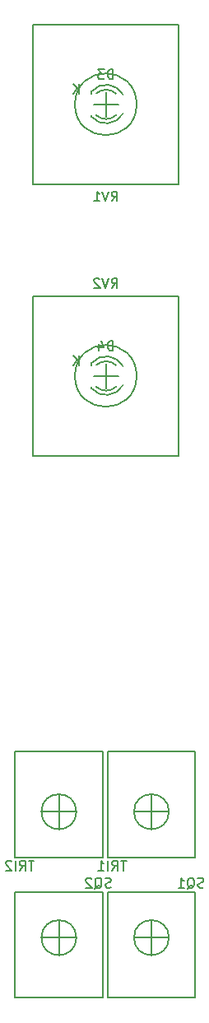
<source format=gbr>
%TF.GenerationSoftware,KiCad,Pcbnew,(5.1.6-0)*%
%TF.CreationDate,2023-01-04T15:54:57-05:00*%
%TF.ProjectId,LFO2,4c464f32-2e6b-4696-9361-645f70636258,rev?*%
%TF.SameCoordinates,Original*%
%TF.FileFunction,Legend,Bot*%
%TF.FilePolarity,Positive*%
%FSLAX46Y46*%
G04 Gerber Fmt 4.6, Leading zero omitted, Abs format (unit mm)*
G04 Created by KiCad (PCBNEW (5.1.6-0)) date 2023-01-04 15:54:57*
%MOMM*%
%LPD*%
G01*
G04 APERTURE LIST*
%ADD10C,0.150000*%
G04 APERTURE END LIST*
D10*
%TO.C,TRI2*%
X73080000Y-112926000D02*
X64080000Y-112926000D01*
X73080000Y-123826000D02*
X64080000Y-123826000D01*
X73080000Y-112926000D02*
X73080000Y-123826000D01*
X64080000Y-112926000D02*
X64080000Y-123826000D01*
X70380000Y-119126000D02*
G75*
G03*
X70380000Y-119126000I-1800000J0D01*
G01*
X68580000Y-117326000D02*
X68580000Y-120926000D01*
X70380000Y-119126000D02*
X66780000Y-119126000D01*
%TO.C,TRI1*%
X82605000Y-112926000D02*
X73605000Y-112926000D01*
X82605000Y-123826000D02*
X73605000Y-123826000D01*
X82605000Y-112926000D02*
X82605000Y-123826000D01*
X73605000Y-112926000D02*
X73605000Y-123826000D01*
X79905000Y-119126000D02*
G75*
G03*
X79905000Y-119126000I-1800000J0D01*
G01*
X78105000Y-117326000D02*
X78105000Y-120926000D01*
X79905000Y-119126000D02*
X76305000Y-119126000D01*
%TO.C,SQ2*%
X64080000Y-138280000D02*
X73080000Y-138280000D01*
X64080000Y-127380000D02*
X73080000Y-127380000D01*
X64080000Y-138280000D02*
X64080000Y-127380000D01*
X73080000Y-138280000D02*
X73080000Y-127380000D01*
X70380000Y-132080000D02*
G75*
G03*
X70380000Y-132080000I-1800000J0D01*
G01*
X68580000Y-133880000D02*
X68580000Y-130280000D01*
X66780000Y-132080000D02*
X70380000Y-132080000D01*
%TO.C,SQ1*%
X73605000Y-138280000D02*
X82605000Y-138280000D01*
X73605000Y-127380000D02*
X82605000Y-127380000D01*
X73605000Y-138280000D02*
X73605000Y-127380000D01*
X82605000Y-138280000D02*
X82605000Y-127380000D01*
X79905000Y-132080000D02*
G75*
G03*
X79905000Y-132080000I-1800000J0D01*
G01*
X78105000Y-133880000D02*
X78105000Y-130280000D01*
X76305000Y-132080000D02*
X79905000Y-132080000D01*
%TO.C,RV2*%
X72136000Y-74295000D02*
X74676000Y-74295000D01*
X73406000Y-75565000D02*
X73406000Y-73025000D01*
X76581000Y-74295000D02*
G75*
G03*
X76581000Y-74295000I-3175000J0D01*
G01*
X65906000Y-82423000D02*
X65906000Y-66167000D01*
X80906000Y-82423000D02*
X80906000Y-66167000D01*
X65913000Y-66095000D02*
X80899000Y-66095000D01*
X65913000Y-82495000D02*
X80899000Y-82495000D01*
%TO.C,RV1*%
X74676000Y-46355000D02*
X72136000Y-46355000D01*
X73406000Y-45085000D02*
X73406000Y-47625000D01*
X76581000Y-46355000D02*
G75*
G03*
X76581000Y-46355000I-3175000J0D01*
G01*
X80906000Y-38227000D02*
X80906000Y-54483000D01*
X65906000Y-38227000D02*
X65906000Y-54483000D01*
X80899000Y-54555000D02*
X65913000Y-54555000D01*
X80899000Y-38155000D02*
X65913000Y-38155000D01*
%TO.C,D4*%
X71937000Y-75575000D02*
X71937000Y-75395000D01*
X71937000Y-72981000D02*
X71937000Y-73181000D01*
X72423111Y-73181747D02*
G75*
G02*
X74471000Y-73201000I1013889J-1079253D01*
G01*
X71949780Y-72954274D02*
G75*
G02*
X75187000Y-73301000I1497220J-1306726D01*
G01*
X74489006Y-75394068D02*
G75*
G02*
X72386000Y-75395000I-1052006J1133068D01*
G01*
X75164744Y-75264643D02*
G75*
G02*
X71937000Y-75581000I-1727744J1003643D01*
G01*
%TO.C,D3*%
X71937000Y-47635000D02*
X71937000Y-47455000D01*
X71937000Y-45041000D02*
X71937000Y-45241000D01*
X72423111Y-45241747D02*
G75*
G02*
X74471000Y-45261000I1013889J-1079253D01*
G01*
X71949780Y-45014274D02*
G75*
G02*
X75187000Y-45361000I1497220J-1306726D01*
G01*
X74489006Y-47454068D02*
G75*
G02*
X72386000Y-47455000I-1052006J1133068D01*
G01*
X75164744Y-47324643D02*
G75*
G02*
X71937000Y-47641000I-1727744J1003643D01*
G01*
%TO.C,TRI2*%
X66016000Y-124166380D02*
X65444571Y-124166380D01*
X65730285Y-125166380D02*
X65730285Y-124166380D01*
X64539809Y-125166380D02*
X64873142Y-124690190D01*
X65111238Y-125166380D02*
X65111238Y-124166380D01*
X64730285Y-124166380D01*
X64635047Y-124214000D01*
X64587428Y-124261619D01*
X64539809Y-124356857D01*
X64539809Y-124499714D01*
X64587428Y-124594952D01*
X64635047Y-124642571D01*
X64730285Y-124690190D01*
X65111238Y-124690190D01*
X64111238Y-125166380D02*
X64111238Y-124166380D01*
X63682666Y-124261619D02*
X63635047Y-124214000D01*
X63539809Y-124166380D01*
X63301714Y-124166380D01*
X63206476Y-124214000D01*
X63158857Y-124261619D01*
X63111238Y-124356857D01*
X63111238Y-124452095D01*
X63158857Y-124594952D01*
X63730285Y-125166380D01*
X63111238Y-125166380D01*
%TO.C,TRI1*%
X75541000Y-124166380D02*
X74969571Y-124166380D01*
X75255285Y-125166380D02*
X75255285Y-124166380D01*
X74064809Y-125166380D02*
X74398142Y-124690190D01*
X74636238Y-125166380D02*
X74636238Y-124166380D01*
X74255285Y-124166380D01*
X74160047Y-124214000D01*
X74112428Y-124261619D01*
X74064809Y-124356857D01*
X74064809Y-124499714D01*
X74112428Y-124594952D01*
X74160047Y-124642571D01*
X74255285Y-124690190D01*
X74636238Y-124690190D01*
X73636238Y-125166380D02*
X73636238Y-124166380D01*
X72636238Y-125166380D02*
X73207666Y-125166380D01*
X72921952Y-125166380D02*
X72921952Y-124166380D01*
X73017190Y-124309238D01*
X73112428Y-124404476D01*
X73207666Y-124452095D01*
%TO.C,SQ2*%
X73929714Y-126896761D02*
X73786857Y-126944380D01*
X73548761Y-126944380D01*
X73453523Y-126896761D01*
X73405904Y-126849142D01*
X73358285Y-126753904D01*
X73358285Y-126658666D01*
X73405904Y-126563428D01*
X73453523Y-126515809D01*
X73548761Y-126468190D01*
X73739238Y-126420571D01*
X73834476Y-126372952D01*
X73882095Y-126325333D01*
X73929714Y-126230095D01*
X73929714Y-126134857D01*
X73882095Y-126039619D01*
X73834476Y-125992000D01*
X73739238Y-125944380D01*
X73501142Y-125944380D01*
X73358285Y-125992000D01*
X72263047Y-127039619D02*
X72358285Y-126992000D01*
X72453523Y-126896761D01*
X72596380Y-126753904D01*
X72691619Y-126706285D01*
X72786857Y-126706285D01*
X72739238Y-126944380D02*
X72834476Y-126896761D01*
X72929714Y-126801523D01*
X72977333Y-126611047D01*
X72977333Y-126277714D01*
X72929714Y-126087238D01*
X72834476Y-125992000D01*
X72739238Y-125944380D01*
X72548761Y-125944380D01*
X72453523Y-125992000D01*
X72358285Y-126087238D01*
X72310666Y-126277714D01*
X72310666Y-126611047D01*
X72358285Y-126801523D01*
X72453523Y-126896761D01*
X72548761Y-126944380D01*
X72739238Y-126944380D01*
X71929714Y-126039619D02*
X71882095Y-125992000D01*
X71786857Y-125944380D01*
X71548761Y-125944380D01*
X71453523Y-125992000D01*
X71405904Y-126039619D01*
X71358285Y-126134857D01*
X71358285Y-126230095D01*
X71405904Y-126372952D01*
X71977333Y-126944380D01*
X71358285Y-126944380D01*
%TO.C,SQ1*%
X83454714Y-126896761D02*
X83311857Y-126944380D01*
X83073761Y-126944380D01*
X82978523Y-126896761D01*
X82930904Y-126849142D01*
X82883285Y-126753904D01*
X82883285Y-126658666D01*
X82930904Y-126563428D01*
X82978523Y-126515809D01*
X83073761Y-126468190D01*
X83264238Y-126420571D01*
X83359476Y-126372952D01*
X83407095Y-126325333D01*
X83454714Y-126230095D01*
X83454714Y-126134857D01*
X83407095Y-126039619D01*
X83359476Y-125992000D01*
X83264238Y-125944380D01*
X83026142Y-125944380D01*
X82883285Y-125992000D01*
X81788047Y-127039619D02*
X81883285Y-126992000D01*
X81978523Y-126896761D01*
X82121380Y-126753904D01*
X82216619Y-126706285D01*
X82311857Y-126706285D01*
X82264238Y-126944380D02*
X82359476Y-126896761D01*
X82454714Y-126801523D01*
X82502333Y-126611047D01*
X82502333Y-126277714D01*
X82454714Y-126087238D01*
X82359476Y-125992000D01*
X82264238Y-125944380D01*
X82073761Y-125944380D01*
X81978523Y-125992000D01*
X81883285Y-126087238D01*
X81835666Y-126277714D01*
X81835666Y-126611047D01*
X81883285Y-126801523D01*
X81978523Y-126896761D01*
X82073761Y-126944380D01*
X82264238Y-126944380D01*
X80883285Y-126944380D02*
X81454714Y-126944380D01*
X81169000Y-126944380D02*
X81169000Y-125944380D01*
X81264238Y-126087238D01*
X81359476Y-126182476D01*
X81454714Y-126230095D01*
%TO.C,RV2*%
X74001238Y-65247380D02*
X74334571Y-64771190D01*
X74572666Y-65247380D02*
X74572666Y-64247380D01*
X74191714Y-64247380D01*
X74096476Y-64295000D01*
X74048857Y-64342619D01*
X74001238Y-64437857D01*
X74001238Y-64580714D01*
X74048857Y-64675952D01*
X74096476Y-64723571D01*
X74191714Y-64771190D01*
X74572666Y-64771190D01*
X73715523Y-64247380D02*
X73382190Y-65247380D01*
X73048857Y-64247380D01*
X72763142Y-64342619D02*
X72715523Y-64295000D01*
X72620285Y-64247380D01*
X72382190Y-64247380D01*
X72286952Y-64295000D01*
X72239333Y-64342619D01*
X72191714Y-64437857D01*
X72191714Y-64533095D01*
X72239333Y-64675952D01*
X72810761Y-65247380D01*
X72191714Y-65247380D01*
%TO.C,RV1*%
X74001238Y-56307380D02*
X74334571Y-55831190D01*
X74572666Y-56307380D02*
X74572666Y-55307380D01*
X74191714Y-55307380D01*
X74096476Y-55355000D01*
X74048857Y-55402619D01*
X74001238Y-55497857D01*
X74001238Y-55640714D01*
X74048857Y-55735952D01*
X74096476Y-55783571D01*
X74191714Y-55831190D01*
X74572666Y-55831190D01*
X73715523Y-55307380D02*
X73382190Y-56307380D01*
X73048857Y-55307380D01*
X72191714Y-56307380D02*
X72763142Y-56307380D01*
X72477428Y-56307380D02*
X72477428Y-55307380D01*
X72572666Y-55450238D01*
X72667904Y-55545476D01*
X72763142Y-55593095D01*
%TO.C,D4*%
X74144095Y-71699380D02*
X74144095Y-70699380D01*
X73906000Y-70699380D01*
X73763142Y-70747000D01*
X73667904Y-70842238D01*
X73620285Y-70937476D01*
X73572666Y-71127952D01*
X73572666Y-71270809D01*
X73620285Y-71461285D01*
X73667904Y-71556523D01*
X73763142Y-71651761D01*
X73906000Y-71699380D01*
X74144095Y-71699380D01*
X72715523Y-71032714D02*
X72715523Y-71699380D01*
X72953619Y-70651761D02*
X73191714Y-71366047D01*
X72572666Y-71366047D01*
X70619904Y-73223380D02*
X70619904Y-72223380D01*
X70048476Y-73223380D02*
X70477047Y-72651952D01*
X70048476Y-72223380D02*
X70619904Y-72794809D01*
%TO.C,D3*%
X74144095Y-43759380D02*
X74144095Y-42759380D01*
X73906000Y-42759380D01*
X73763142Y-42807000D01*
X73667904Y-42902238D01*
X73620285Y-42997476D01*
X73572666Y-43187952D01*
X73572666Y-43330809D01*
X73620285Y-43521285D01*
X73667904Y-43616523D01*
X73763142Y-43711761D01*
X73906000Y-43759380D01*
X74144095Y-43759380D01*
X73239333Y-42759380D02*
X72620285Y-42759380D01*
X72953619Y-43140333D01*
X72810761Y-43140333D01*
X72715523Y-43187952D01*
X72667904Y-43235571D01*
X72620285Y-43330809D01*
X72620285Y-43568904D01*
X72667904Y-43664142D01*
X72715523Y-43711761D01*
X72810761Y-43759380D01*
X73096476Y-43759380D01*
X73191714Y-43711761D01*
X73239333Y-43664142D01*
X70619904Y-45283380D02*
X70619904Y-44283380D01*
X70048476Y-45283380D02*
X70477047Y-44711952D01*
X70048476Y-44283380D02*
X70619904Y-44854809D01*
%TD*%
M02*

</source>
